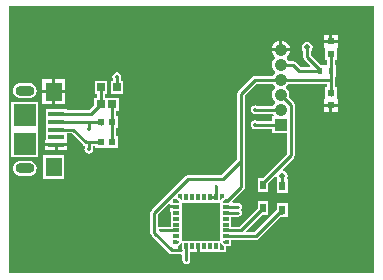
<source format=gtl>
G04*
G04 #@! TF.GenerationSoftware,Altium Limited,Altium Designer,19.0.14 (431)*
G04*
G04 Layer_Physical_Order=1*
G04 Layer_Color=255*
%FSLAX43Y43*%
%MOMM*%
G71*
G01*
G75*
%ADD12C,0.254*%
%ADD16R,0.500X0.800*%
%ADD17R,0.600X0.600*%
%ADD18R,0.450X0.550*%
%ADD19R,0.650X0.700*%
%ADD20R,0.720X0.720*%
%ADD21R,0.620X0.620*%
%ADD22R,1.350X0.400*%
%ADD23R,1.900X1.900*%
%ADD24R,1.400X1.600*%
%ADD42R,0.300X0.300*%
%ADD43R,0.300X0.500*%
%ADD44R,0.300X0.300*%
%ADD45R,0.500X0.300*%
%ADD46R,3.300X3.300*%
%ADD47O,1.600X0.900*%
%ADD48R,1.050X1.050*%
%ADD49C,1.050*%
%ADD50C,0.500*%
%ADD51C,0.250*%
%ADD52C,0.350*%
G36*
X30875Y22625D02*
X30875Y-0D01*
X0Y0D01*
X-0Y22625D01*
X30875Y22625D01*
D02*
G37*
%LPC*%
G36*
X27804Y20204D02*
X27377D01*
Y19777D01*
X27804D01*
Y20204D01*
D02*
G37*
G36*
X27123D02*
X26696D01*
Y19777D01*
X27123D01*
Y20204D01*
D02*
G37*
G36*
X23127Y19704D02*
Y19062D01*
X23769D01*
X23759Y19138D01*
X23680Y19328D01*
X23556Y19491D01*
X23393Y19615D01*
X23203Y19694D01*
X23127Y19704D01*
D02*
G37*
G36*
X22873D02*
X22797Y19694D01*
X22607Y19615D01*
X22444Y19491D01*
X22320Y19328D01*
X22241Y19138D01*
X22231Y19062D01*
X22873D01*
Y19704D01*
D02*
G37*
G36*
X25250Y19584D02*
X25074Y19549D01*
X24926Y19449D01*
X24826Y19301D01*
X24791Y19125D01*
X24826Y18949D01*
X24917Y18814D01*
Y18275D01*
X24942Y18147D01*
X25014Y18039D01*
X25472Y17582D01*
X25423Y17464D01*
X24675D01*
X24238Y17901D01*
X24130Y17973D01*
X24003Y17998D01*
X23647D01*
X23633Y18031D01*
X23517Y18182D01*
X23490Y18202D01*
Y18329D01*
X23556Y18379D01*
X23680Y18542D01*
X23759Y18732D01*
X23769Y18808D01*
X23000D01*
X22231D01*
X22241Y18732D01*
X22320Y18542D01*
X22444Y18379D01*
X22510Y18329D01*
Y18202D01*
X22483Y18182D01*
X22367Y18031D01*
X22294Y17854D01*
X22269Y17665D01*
X22294Y17476D01*
X22367Y17299D01*
X22483Y17148D01*
X22532Y17110D01*
Y16950D01*
X22483Y16912D01*
X22367Y16761D01*
X22353Y16728D01*
X20835D01*
X20707Y16703D01*
X20599Y16631D01*
X19409Y15441D01*
X19337Y15332D01*
X19311Y15205D01*
Y9663D01*
X17949Y8301D01*
X15130D01*
X15003Y8276D01*
X14895Y8203D01*
X12060Y5369D01*
X11988Y5261D01*
X11963Y5133D01*
Y3437D01*
X11988Y3309D01*
X12060Y3201D01*
X13522Y1739D01*
X13630Y1667D01*
X13758Y1642D01*
X14523D01*
X14540Y1645D01*
X14667Y1541D01*
Y1125D01*
X14692Y997D01*
X14764Y889D01*
X14872Y817D01*
X15000Y792D01*
X15128Y817D01*
X15236Y889D01*
X15308Y997D01*
X15333Y1125D01*
Y1825D01*
X15596D01*
Y1771D01*
X15873D01*
Y2275D01*
X16127D01*
Y1771D01*
X16404D01*
Y1825D01*
X17650D01*
Y1825D01*
X18350D01*
Y2275D01*
X18800D01*
Y2792D01*
X20875D01*
X21003Y2817D01*
X21111Y2889D01*
X22990Y4769D01*
X23002D01*
X23034Y4775D01*
X23575D01*
Y5975D01*
X22675D01*
Y5377D01*
X22616Y5338D01*
X20737Y3458D01*
X20096D01*
X20047Y3576D01*
X21372Y4900D01*
X21950D01*
Y6100D01*
X21050D01*
Y5522D01*
X19487Y3958D01*
X18800D01*
Y4792D01*
X19375D01*
X19503Y4817D01*
X19611Y4889D01*
X19683Y4997D01*
X19708Y5125D01*
X19683Y5253D01*
X19668Y5275D01*
X19618Y5375D01*
X19668Y5475D01*
X19683Y5497D01*
X19708Y5625D01*
X19683Y5753D01*
X19611Y5861D01*
X19503Y5933D01*
X19375Y5958D01*
X18935D01*
X18882Y6085D01*
X19881Y7084D01*
X19953Y7192D01*
X19978Y7320D01*
Y9525D01*
Y15067D01*
X20973Y16062D01*
X22353D01*
X22367Y16029D01*
X22483Y15878D01*
X22532Y15840D01*
Y15680D01*
X22483Y15642D01*
X22367Y15491D01*
X22294Y15314D01*
X22269Y15125D01*
X22294Y14936D01*
X22367Y14759D01*
X22483Y14608D01*
X22532Y14570D01*
Y14410D01*
X22483Y14372D01*
X22367Y14221D01*
X22353Y14188D01*
X21031D01*
X21001Y14208D01*
X20855Y14237D01*
X20709Y14208D01*
X20585Y14125D01*
X20502Y14001D01*
X20473Y13855D01*
X20502Y13709D01*
X20585Y13585D01*
X20709Y13502D01*
X20855Y13473D01*
X21001Y13502D01*
X21031Y13522D01*
X22325D01*
X22390Y13418D01*
X22335Y13310D01*
X22275D01*
Y12918D01*
X21011D01*
X20981Y12938D01*
X20835Y12967D01*
X20689Y12938D01*
X20565Y12855D01*
X20482Y12731D01*
X20453Y12585D01*
X20482Y12439D01*
X20565Y12315D01*
X20689Y12232D01*
X20835Y12203D01*
X20981Y12232D01*
X21011Y12252D01*
X22275D01*
Y11860D01*
X23519D01*
Y10140D01*
X21478Y8100D01*
X21050D01*
Y6900D01*
X21950D01*
Y7628D01*
X22542Y8221D01*
X22680Y8179D01*
X22696Y8102D01*
X22675Y7975D01*
X22675D01*
Y6775D01*
X23575D01*
Y7975D01*
X23575Y7975D01*
X23554Y8102D01*
X23584Y8250D01*
X23549Y8426D01*
X23449Y8574D01*
X23301Y8674D01*
X23196Y8695D01*
X23154Y8833D01*
X24088Y9766D01*
X24160Y9874D01*
X24185Y10002D01*
Y14273D01*
X24160Y14401D01*
X24088Y14509D01*
X23693Y14904D01*
X23706Y14936D01*
X23731Y15125D01*
X23706Y15314D01*
X23633Y15491D01*
X23517Y15642D01*
X23468Y15680D01*
Y15840D01*
X23517Y15878D01*
X23633Y16029D01*
X23647Y16062D01*
X26917D01*
Y15775D01*
X26750D01*
Y14779D01*
X26696D01*
Y14352D01*
X27250D01*
X27804D01*
Y14779D01*
X27750D01*
Y15775D01*
X27583D01*
Y16650D01*
X27675D01*
Y17600D01*
X27583D01*
Y18100D01*
X27750D01*
Y19096D01*
X27804D01*
Y19523D01*
X27250D01*
X26696D01*
Y19096D01*
X26750D01*
Y18100D01*
X26917D01*
Y17685D01*
X26825Y17600D01*
X26775D01*
Y17600D01*
X26397D01*
X25583Y18413D01*
Y18814D01*
X25674Y18949D01*
X25709Y19125D01*
X25674Y19301D01*
X25574Y19449D01*
X25426Y19549D01*
X25250Y19584D01*
D02*
G37*
G36*
X4729Y16429D02*
X3902D01*
Y15502D01*
X4729D01*
Y16429D01*
D02*
G37*
G36*
X3648D02*
X2821D01*
Y15502D01*
X3648D01*
Y16429D01*
D02*
G37*
G36*
X9125Y17007D02*
X8979Y16978D01*
X8855Y16895D01*
X8772Y16771D01*
X8743Y16625D01*
X8772Y16479D01*
X8792Y16449D01*
Y16300D01*
X8584D01*
Y15200D01*
X9634D01*
Y16300D01*
X9458D01*
Y16449D01*
X9478Y16479D01*
X9507Y16625D01*
X9478Y16771D01*
X9395Y16895D01*
X9271Y16978D01*
X9125Y17007D01*
D02*
G37*
G36*
X1675Y16131D02*
X975D01*
X805Y16108D01*
X647Y16043D01*
X511Y15939D01*
X407Y15803D01*
X342Y15645D01*
X319Y15475D01*
X342Y15305D01*
X407Y15147D01*
X511Y15011D01*
X647Y14907D01*
X805Y14842D01*
X975Y14819D01*
X1675D01*
X1845Y14842D01*
X2003Y14907D01*
X2139Y15011D01*
X2243Y15147D01*
X2308Y15305D01*
X2331Y15475D01*
X2308Y15645D01*
X2243Y15803D01*
X2139Y15939D01*
X2003Y16043D01*
X1845Y16108D01*
X1675Y16131D01*
D02*
G37*
G36*
X4729Y15248D02*
X3902D01*
Y14321D01*
X4729D01*
Y15248D01*
D02*
G37*
G36*
X3648D02*
X2821D01*
Y14321D01*
X3648D01*
Y15248D01*
D02*
G37*
G36*
X8284Y16300D02*
X7234D01*
Y15200D01*
X7421D01*
Y14885D01*
X7190D01*
Y14237D01*
X6762Y13808D01*
X4875D01*
Y13875D01*
X3125D01*
Y13075D01*
Y12425D01*
Y11329D01*
X3071D01*
Y11002D01*
X4000D01*
X4929D01*
Y11329D01*
X4875D01*
Y11842D01*
X5312D01*
X6264Y10889D01*
X6372Y10817D01*
X6417Y10808D01*
Y10676D01*
X6397Y10646D01*
X6368Y10500D01*
X6397Y10354D01*
X6480Y10230D01*
X6604Y10147D01*
X6750Y10118D01*
X6896Y10147D01*
X7020Y10230D01*
X7103Y10354D01*
X7132Y10500D01*
X7103Y10646D01*
X7091Y10665D01*
X7122Y10792D01*
X7290D01*
Y10615D01*
X9210D01*
Y11635D01*
X9033D01*
Y12315D01*
X9210D01*
Y13335D01*
X9058D01*
Y13765D01*
X9310D01*
Y14885D01*
X8088D01*
Y15200D01*
X8284D01*
Y16300D01*
D02*
G37*
G36*
X27804Y14098D02*
X27377D01*
Y13671D01*
X27804D01*
Y14098D01*
D02*
G37*
G36*
X27123D02*
X26696D01*
Y13671D01*
X27123D01*
Y14098D01*
D02*
G37*
G36*
X4929Y10748D02*
X4127D01*
Y10421D01*
X4929D01*
Y10748D01*
D02*
G37*
G36*
X3873D02*
X3071D01*
Y10421D01*
X3873D01*
Y10748D01*
D02*
G37*
G36*
X2475Y14525D02*
X175D01*
Y12252D01*
X175Y12225D01*
Y12125D01*
X175Y12098D01*
Y9825D01*
X2475D01*
Y12098D01*
X2475Y12125D01*
Y12225D01*
X2475Y12252D01*
Y14525D01*
D02*
G37*
G36*
X1675Y9531D02*
X975D01*
X805Y9508D01*
X647Y9443D01*
X511Y9339D01*
X407Y9203D01*
X342Y9045D01*
X319Y8875D01*
X342Y8705D01*
X407Y8547D01*
X511Y8411D01*
X647Y8307D01*
X805Y8242D01*
X975Y8219D01*
X1675D01*
X1845Y8242D01*
X2003Y8307D01*
X2139Y8411D01*
X2243Y8547D01*
X2308Y8705D01*
X2331Y8875D01*
X2308Y9045D01*
X2243Y9203D01*
X2139Y9339D01*
X2003Y9443D01*
X1845Y9508D01*
X1675Y9531D01*
D02*
G37*
G36*
X4675Y9975D02*
X2875D01*
Y7975D01*
X4675D01*
Y9975D01*
D02*
G37*
%LPD*%
G36*
X17950Y6225D02*
X17850D01*
Y6425D01*
X18150D01*
X17950Y6225D01*
D02*
G37*
G36*
X14650D02*
X14550D01*
X14350Y6425D01*
X14650D01*
Y6225D01*
D02*
G37*
G36*
X18300Y5975D02*
X18100Y5975D01*
Y6075D01*
X18300Y6275D01*
X18300Y5975D01*
D02*
G37*
G36*
X14400Y6075D02*
Y5975D01*
X14200D01*
Y6275D01*
X14400Y6075D01*
D02*
G37*
G36*
X13646Y5846D02*
Y5752D01*
X14150D01*
Y5498D01*
X13646D01*
Y5221D01*
X13700D01*
Y3958D01*
X12750D01*
X12728Y3954D01*
X12629Y4035D01*
Y4995D01*
X13529Y5895D01*
X13646Y5846D01*
D02*
G37*
G36*
X18300Y2475D02*
X18100Y2675D01*
Y2775D01*
X18300D01*
Y2475D01*
D02*
G37*
G36*
X14400Y2675D02*
X14200Y2475D01*
Y2775D01*
X14400D01*
Y2675D01*
D02*
G37*
G36*
X18150Y2325D02*
X17850D01*
Y2525D01*
X17950D01*
X18150Y2325D01*
D02*
G37*
G36*
X14650D02*
X14350D01*
X14550Y2525D01*
X14650D01*
Y2325D01*
D02*
G37*
D12*
X23125Y7375D02*
Y8250D01*
Y7375D02*
X23125Y7375D01*
X21500Y7650D02*
X23852Y10002D01*
X21500Y7500D02*
Y7650D01*
X23852Y10002D02*
Y14273D01*
X18350Y3125D02*
X20875D01*
X22852Y5102D01*
X23002D01*
X23125Y5225D01*
Y5375D01*
X23000Y15125D02*
X23852Y14273D01*
X19625Y3625D02*
X21500Y5500D01*
X27250Y15150D02*
Y16395D01*
X27225Y15125D02*
X27250Y15150D01*
X13758Y1975D02*
X14523D01*
X24003Y17665D02*
X24537Y17131D01*
X23000Y16395D02*
X27250D01*
X12296Y3437D02*
X13758Y1975D01*
X14500Y1998D02*
X14523Y1975D01*
X15000Y1125D02*
Y2275D01*
X14500Y1998D02*
Y2175D01*
X19645Y9525D02*
Y15205D01*
Y7320D02*
Y9525D01*
X12296Y3437D02*
Y5133D01*
X15130Y7968D01*
X18088D01*
X19645Y9525D01*
Y15205D02*
X20835Y16395D01*
X18450Y6125D02*
X19645Y7320D01*
X18350Y3625D02*
X19625D01*
X12750Y3625D02*
X14150D01*
X14150Y3625D01*
X18350Y5625D02*
X19375D01*
X18350Y5125D02*
X19375D01*
X18350Y5625D02*
X18350Y5625D01*
X20835Y12585D02*
X23000D01*
X20855Y13855D02*
X23000D01*
X17500Y6475D02*
Y7375D01*
X20835Y16395D02*
X23000D01*
X17000Y6475D02*
X17500D01*
X9125Y15766D02*
Y16625D01*
X9109Y15750D02*
X9125Y15766D01*
X7754Y15745D02*
X7759Y15750D01*
X7754Y14330D02*
Y15745D01*
X7750Y14325D02*
X7754Y14330D01*
X18350Y5125D02*
X18350Y5125D01*
X6750Y11125D02*
X7800D01*
X6500D02*
X6750D01*
Y10500D02*
Y11125D01*
Y12825D02*
X7800D01*
X4000D02*
X6750D01*
X5450Y12175D02*
X6500Y11125D01*
X4000Y12175D02*
X5450D01*
X6750Y12250D02*
Y12825D01*
X8725Y12650D02*
Y14300D01*
X8700Y12625D02*
X8725Y12650D01*
X8700Y11125D02*
Y12625D01*
X8725Y14300D02*
X8750Y14325D01*
X7759Y12666D02*
X7800Y12625D01*
X4000Y13475D02*
X6900D01*
X7750Y14325D01*
X25250Y18275D02*
Y19125D01*
Y18275D02*
X26350Y17175D01*
Y17125D02*
Y17175D01*
X27250Y16395D02*
Y17125D01*
Y18500D01*
X23000Y17665D02*
X24003D01*
X24537Y17131D02*
X26344D01*
X26350Y17125D01*
D16*
X21500Y5500D02*
D03*
Y7500D02*
D03*
X23125Y7375D02*
D03*
Y5375D02*
D03*
D17*
X27250Y14225D02*
D03*
Y15275D02*
D03*
Y18600D02*
D03*
Y19650D02*
D03*
D18*
Y17125D02*
D03*
X26350D02*
D03*
D19*
X7759Y15750D02*
D03*
X9109D02*
D03*
D20*
X8750Y14325D02*
D03*
X7750D02*
D03*
D21*
X8700Y12825D02*
D03*
X7800D02*
D03*
X8700Y11125D02*
D03*
X7800D02*
D03*
D22*
X4000Y13475D02*
D03*
Y12825D02*
D03*
Y12175D02*
D03*
Y11525D02*
D03*
Y10875D02*
D03*
D23*
X1325Y13375D02*
D03*
Y10975D02*
D03*
D24*
X3775Y15375D02*
D03*
Y8975D02*
D03*
D42*
X14500Y2175D02*
D03*
X18000D02*
D03*
Y6575D02*
D03*
X14500D02*
D03*
D43*
X15000Y2275D02*
D03*
X15500D02*
D03*
X16000D02*
D03*
X16500D02*
D03*
X17000D02*
D03*
X17500D02*
D03*
Y6475D02*
D03*
X17000D02*
D03*
X16500D02*
D03*
X16000D02*
D03*
X15500D02*
D03*
X15000D02*
D03*
D44*
X18450Y2625D02*
D03*
Y6125D02*
D03*
X14050D02*
D03*
Y2625D02*
D03*
D45*
X18350Y3125D02*
D03*
Y3625D02*
D03*
Y4125D02*
D03*
Y4625D02*
D03*
Y5125D02*
D03*
Y5625D02*
D03*
X14150D02*
D03*
Y5125D02*
D03*
Y4625D02*
D03*
Y4125D02*
D03*
Y3625D02*
D03*
Y3125D02*
D03*
D46*
X16250Y4375D02*
D03*
D47*
X1325Y8875D02*
D03*
Y15475D02*
D03*
D48*
X23000Y12585D02*
D03*
D49*
Y15125D02*
D03*
Y13855D02*
D03*
Y16395D02*
D03*
Y17665D02*
D03*
Y18935D02*
D03*
D50*
X23125Y8250D02*
D03*
X25250Y19125D02*
D03*
X15250Y3375D02*
D03*
Y4375D02*
D03*
Y5375D02*
D03*
X16250Y3375D02*
D03*
Y4375D02*
D03*
Y5375D02*
D03*
X17250Y3375D02*
D03*
Y4375D02*
D03*
Y5375D02*
D03*
D51*
X15000Y1125D02*
D03*
X12750Y3625D02*
D03*
X19375Y5625D02*
D03*
Y5125D02*
D03*
X17500Y7375D02*
D03*
D52*
X20835Y12585D02*
D03*
X20855Y13855D02*
D03*
X9125Y16625D02*
D03*
X6750Y12250D02*
D03*
Y10500D02*
D03*
M02*

</source>
